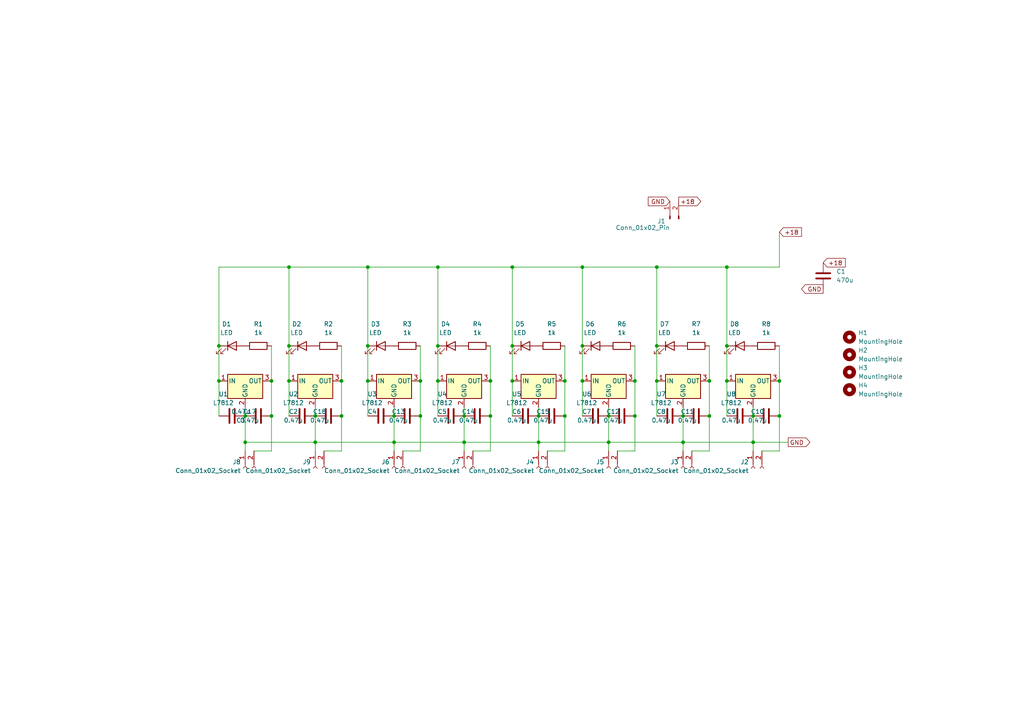
<source format=kicad_sch>
(kicad_sch (version 20230121) (generator eeschema)
  (paper "A4")
  (lib_symbols
    (symbol "Connector:Conn_01x02_Pin" (pin_names (offset 1.016) hide)
      (property "Reference" "J" (at 0 2.54 0))
      (property "Value" "Conn_01x02_Pin" (at 0 -5.08 0))
      (symbol "Conn_01x02_Pin_1_1"
        (polyline (pts (xy 1.27 -2.54) (xy 0.8636 -2.54)) (stroke (width 0.1524)))
        (polyline (pts (xy 1.27 0) (xy 0.8636 0)) (stroke (width 0.1524)))
        (rectangle (start 0.8636 -2.413) (end 0 -2.667) (stroke (width 0.1524)) (fill (type outline)))
        (rectangle (start 0.8636 0.127) (end 0 -0.127) (stroke (width 0.1524)) (fill (type outline)))
        (pin passive line (at 5.08 0 180) (length 3.81) (name "Pin_1") (number "1"))
        (pin passive line (at 5.08 -2.54 180) (length 3.81) (name "Pin_2") (number "2"))
      )
    )
    (symbol "Connector:Conn_01x02_Socket" (pin_names (offset 1.016) hide)
      (property "Reference" "J" (at 0 2.54 0))
      (property "Value" "Conn_01x02_Socket" (at 0 -5.08 0))
      (symbol "Conn_01x02_Socket_1_1"
        (arc (start 0 -2.032) (mid -0.5058 -2.54) (end 0 -3.048) (stroke (width 0.1524)))
        (polyline (pts (xy -1.27 -2.54) (xy -0.508 -2.54)) (stroke (width 0.1524)))
        (polyline (pts (xy -1.27 0) (xy -0.508 0)) (stroke (width 0.1524)))
        (arc (start 0 0.508) (mid -0.5058 0) (end 0 -0.508) (stroke (width 0.1524)))
        (pin passive line (at -5.08 0 0) (length 3.81) (name "Pin_1") (number "1"))
        (pin passive line (at -5.08 -2.54 0) (length 3.81) (name "Pin_2") (number "2"))
      )
    )
    (symbol "Device:C" (pin_numbers hide) (pin_names (offset 0.254))
      (property "Reference" "C" (at 0.635 2.54 0))
      (property "Value" "C" (at 0.635 -2.54 0))
      (symbol "C_0_1"
        (polyline (pts (xy -2.032 -0.762) (xy 2.032 -0.762)) (stroke (width 0.508)))
        (polyline (pts (xy -2.032 0.762) (xy 2.032 0.762)) (stroke (width 0.508)))
      )
      (symbol "C_1_1"
        (pin passive line (at 0 3.81 270) (length 2.794) (name "~") (number "1"))
        (pin passive line (at 0 -3.81 90) (length 2.794) (name "~") (number "2"))
      )
    )
    (symbol "Device:LED" (pin_numbers hide) (pin_names (offset 1.016) hide)
      (property "Reference" "D" (at 0 2.54 0))
      (property "Value" "LED" (at 0 -2.54 0))
      (symbol "LED_0_1"
        (polyline (pts (xy -1.27 -1.27) (xy -1.27 1.27)) (stroke (width 0.254)))
        (polyline (pts (xy -1.27 0) (xy 1.27 0)))
        (polyline (pts (xy 1.27 -1.27) (xy 1.27 1.27) (xy -1.27 0) (xy 1.27 -1.27)) (stroke (width 0.254)))
        (polyline (pts (xy -3.048 -0.762) (xy -4.572 -2.286) (xy -3.81 -2.286) (xy -4.572 -2.286) (xy -4.572 -1.524)))
        (polyline (pts (xy -1.778 -0.762) (xy -3.302 -2.286) (xy -2.54 -2.286) (xy -3.302 -2.286) (xy -3.302 -1.524)))
      )
      (symbol "LED_1_1"
        (pin passive line (at -3.81 0 0) (length 2.54) (name "K") (number "1"))
        (pin passive line (at 3.81 0 180) (length 2.54) (name "A") (number "2"))
      )
    )
    (symbol "Device:R" (pin_numbers hide) (pin_names (offset 0))
      (property "Reference" "R" (at 2.032 0 90))
      (property "Value" "R" (at 0 0 90))
      (symbol "R_0_1"
        (rectangle (start -1.016 -2.54) (end 1.016 2.54) (stroke (width 0.254)))
      )
      (symbol "R_1_1"
        (pin passive line (at 0 3.81 270) (length 1.27) (name "~") (number "1"))
        (pin passive line (at 0 -3.81 90) (length 1.27) (name "~") (number "2"))
      )
    )
    (symbol "Mechanical:MountingHole" (pin_names (offset 1.016))
      (property "Reference" "H" (at 0 5.08 0))
      (property "Value" "MountingHole" (at 0 3.175 0))
      (symbol "MountingHole_0_1"
        (circle (center 0 0) (radius 1.27) (stroke (width 1.27)))
      )
    )
    (symbol "Regulator_Linear:L7812" (pin_names (offset 0.254))
      (property "Reference" "U" (at -3.81 3.175 0))
      (property "Value" "L7812" (at 0 3.175 0))
      (symbol "L7812_0_1"
        (rectangle (start -5.08 1.905) (end 5.08 -5.08) (stroke (width 0.254)) (fill (type background)))
      )
      (symbol "L7812_1_1"
        (pin power_in line (at -7.62 0 0) (length 2.54) (name "IN") (number "1"))
        (pin power_in line (at 0 -7.62 90) (length 2.54) (name "GND") (number "2"))
        (pin power_out line (at 7.62 0 180) (length 2.54) (name "OUT") (number "3"))
      )
    )
  )
  (junction (at 142.24 110.49))
  (junction (at 134.62 120.65))
  (junction (at 205.74 110.49))
  (junction (at 99.06 120.65))
  (junction (at 190.5 100.33))
  (junction (at 127 110.49))
  (junction (at 156.21 120.65))
  (junction (at 226.06 120.65))
  (junction (at 184.15 120.65))
  (junction (at 78.74 120.65))
  (junction (at 99.06 110.49))
  (junction (at 156.21 128.27))
  (junction (at 63.5 100.33))
  (junction (at 121.92 120.65))
  (junction (at 148.59 77.47))
  (junction (at 114.3 120.65))
  (junction (at 83.82 100.33))
  (junction (at 121.92 110.49))
  (junction (at 218.44 128.27))
  (junction (at 83.82 77.47))
  (junction (at 127 77.47))
  (junction (at 176.53 120.65))
  (junction (at 163.83 110.49))
  (junction (at 134.62 128.27))
  (junction (at 210.82 77.47))
  (junction (at 168.91 110.49))
  (junction (at 198.12 120.65))
  (junction (at 184.15 110.49))
  (junction (at 106.68 77.47))
  (junction (at 91.44 128.27))
  (junction (at 148.59 100.33))
  (junction (at 63.5 110.49))
  (junction (at 210.82 110.49))
  (junction (at 226.06 110.49))
  (junction (at 168.91 100.33))
  (junction (at 71.12 128.27))
  (junction (at 190.5 110.49))
  (junction (at 71.12 120.65))
  (junction (at 106.68 100.33))
  (junction (at 91.44 120.65))
  (junction (at 210.82 100.33))
  (junction (at 78.74 110.49))
  (junction (at 148.59 110.49))
  (junction (at 163.83 120.65))
  (junction (at 190.5 77.47))
  (junction (at 176.53 128.27))
  (junction (at 114.3 128.27))
  (junction (at 198.12 128.27))
  (junction (at 142.24 120.65))
  (junction (at 83.82 110.49))
  (junction (at 106.68 110.49))
  (junction (at 168.91 77.47))
  (junction (at 205.74 120.65))
  (junction (at 218.44 120.65))
  (junction (at 127 100.33))
  (wire (pts (xy 71.12 128.27) (xy 91.44 128.27)))
  (wire (pts (xy 106.68 77.47) (xy 83.82 77.47)))
  (wire (pts (xy 99.06 110.49) (xy 99.06 120.65)))
  (wire (pts (xy 127 100.33) (xy 127 110.49)))
  (wire (pts (xy 168.91 77.47) (xy 168.91 100.33)))
  (wire (pts (xy 134.62 118.11) (xy 134.62 120.65)))
  (wire (pts (xy 83.82 77.47) (xy 83.82 100.33)))
  (wire (pts (xy 142.24 110.49) (xy 142.24 120.65)))
  (wire (pts (xy 114.3 128.27) (xy 114.3 130.81)))
  (wire (pts (xy 210.82 77.47) (xy 190.5 77.47)))
  (wire (pts (xy 127 110.49) (xy 127 120.65)))
  (wire (pts (xy 106.68 77.47) (xy 106.68 100.33)))
  (wire (pts (xy 106.68 110.49) (xy 106.68 120.65)))
  (wire (pts (xy 121.92 130.81) (xy 116.84 130.81)))
  (wire (pts (xy 142.24 120.65) (xy 142.24 130.81)))
  (wire (pts (xy 91.44 120.65) (xy 91.44 128.27)))
  (wire (pts (xy 134.62 120.65) (xy 134.62 128.27)))
  (wire (pts (xy 63.5 77.47) (xy 63.5 100.33)))
  (wire (pts (xy 91.44 128.27) (xy 114.3 128.27)))
  (wire (pts (xy 148.59 110.49) (xy 148.59 120.65)))
  (wire (pts (xy 121.92 120.65) (xy 121.92 130.81)))
  (wire (pts (xy 71.12 128.27) (xy 71.12 130.81)))
  (wire (pts (xy 176.53 128.27) (xy 198.12 128.27)))
  (wire (pts (xy 218.44 118.11) (xy 218.44 120.65)))
  (wire (pts (xy 83.82 110.49) (xy 83.82 120.65)))
  (wire (pts (xy 106.68 100.33) (xy 106.68 110.49)))
  (wire (pts (xy 83.82 100.33) (xy 83.82 110.49)))
  (wire (pts (xy 163.83 100.33) (xy 163.83 110.49)))
  (wire (pts (xy 114.3 118.11) (xy 114.3 120.65)))
  (wire (pts (xy 226.06 120.65) (xy 226.06 130.81)))
  (wire (pts (xy 198.12 120.65) (xy 198.12 128.27)))
  (wire (pts (xy 190.5 77.47) (xy 190.5 100.33)))
  (wire (pts (xy 148.59 77.47) (xy 148.59 100.33)))
  (wire (pts (xy 121.92 100.33) (xy 121.92 110.49)))
  (wire (pts (xy 226.06 100.33) (xy 226.06 110.49)))
  (wire (pts (xy 142.24 100.33) (xy 142.24 110.49)))
  (wire (pts (xy 156.21 128.27) (xy 176.53 128.27)))
  (wire (pts (xy 176.53 128.27) (xy 176.53 130.81)))
  (wire (pts (xy 63.5 100.33) (xy 63.5 110.49)))
  (wire (pts (xy 205.74 110.49) (xy 205.74 120.65)))
  (wire (pts (xy 127 77.47) (xy 106.68 77.47)))
  (wire (pts (xy 163.83 110.49) (xy 163.83 120.65)))
  (wire (pts (xy 163.83 120.65) (xy 163.83 130.81)))
  (wire (pts (xy 156.21 120.65) (xy 156.21 128.27)))
  (wire (pts (xy 218.44 120.65) (xy 218.44 128.27)))
  (wire (pts (xy 184.15 110.49) (xy 184.15 120.65)))
  (wire (pts (xy 184.15 120.65) (xy 184.15 130.81)))
  (wire (pts (xy 190.5 110.49) (xy 190.5 120.65)))
  (wire (pts (xy 176.53 118.11) (xy 176.53 120.65)))
  (wire (pts (xy 71.12 120.65) (xy 71.12 128.27)))
  (wire (pts (xy 218.44 128.27) (xy 218.44 130.81)))
  (wire (pts (xy 184.15 130.81) (xy 179.07 130.81)))
  (wire (pts (xy 205.74 100.33) (xy 205.74 110.49)))
  (wire (pts (xy 210.82 77.47) (xy 210.82 100.33)))
  (wire (pts (xy 127 77.47) (xy 127 100.33)))
  (wire (pts (xy 148.59 100.33) (xy 148.59 110.49)))
  (wire (pts (xy 114.3 120.65) (xy 114.3 128.27)))
  (wire (pts (xy 168.91 77.47) (xy 148.59 77.47)))
  (wire (pts (xy 99.06 130.81) (xy 93.98 130.81)))
  (wire (pts (xy 134.62 128.27) (xy 156.21 128.27)))
  (wire (pts (xy 218.44 128.27) (xy 228.6 128.27)))
  (wire (pts (xy 190.5 100.33) (xy 190.5 110.49)))
  (wire (pts (xy 63.5 110.49) (xy 63.5 120.65)))
  (wire (pts (xy 226.06 110.49) (xy 226.06 120.65)))
  (wire (pts (xy 134.62 128.27) (xy 134.62 130.81)))
  (wire (pts (xy 205.74 120.65) (xy 205.74 130.81)))
  (wire (pts (xy 142.24 130.81) (xy 137.16 130.81)))
  (wire (pts (xy 99.06 100.33) (xy 99.06 110.49)))
  (wire (pts (xy 210.82 100.33) (xy 210.82 110.49)))
  (wire (pts (xy 78.74 120.65) (xy 78.74 130.81)))
  (wire (pts (xy 156.21 118.11) (xy 156.21 120.65)))
  (wire (pts (xy 71.12 118.11) (xy 71.12 120.65)))
  (wire (pts (xy 148.59 77.47) (xy 127 77.47)))
  (wire (pts (xy 91.44 128.27) (xy 91.44 130.81)))
  (wire (pts (xy 190.5 77.47) (xy 168.91 77.47)))
  (wire (pts (xy 198.12 128.27) (xy 218.44 128.27)))
  (wire (pts (xy 184.15 100.33) (xy 184.15 110.49)))
  (wire (pts (xy 226.06 77.47) (xy 226.06 67.31)))
  (wire (pts (xy 226.06 130.81) (xy 220.98 130.81)))
  (wire (pts (xy 163.83 130.81) (xy 158.75 130.81)))
  (wire (pts (xy 78.74 130.81) (xy 73.66 130.81)))
  (wire (pts (xy 114.3 128.27) (xy 134.62 128.27)))
  (wire (pts (xy 99.06 120.65) (xy 99.06 130.81)))
  (wire (pts (xy 78.74 100.33) (xy 78.74 110.49)))
  (wire (pts (xy 205.74 130.81) (xy 200.66 130.81)))
  (wire (pts (xy 91.44 118.11) (xy 91.44 120.65)))
  (wire (pts (xy 156.21 128.27) (xy 156.21 130.81)))
  (wire (pts (xy 83.82 77.47) (xy 63.5 77.47)))
  (wire (pts (xy 176.53 120.65) (xy 176.53 128.27)))
  (wire (pts (xy 198.12 128.27) (xy 198.12 130.81)))
  (wire (pts (xy 78.74 110.49) (xy 78.74 120.65)))
  (wire (pts (xy 121.92 110.49) (xy 121.92 120.65)))
  (wire (pts (xy 168.91 110.49) (xy 168.91 120.65)))
  (wire (pts (xy 198.12 118.11) (xy 198.12 120.65)))
  (wire (pts (xy 210.82 77.47) (xy 226.06 77.47)))
  (wire (pts (xy 168.91 100.33) (xy 168.91 110.49)))
  (wire (pts (xy 210.82 110.49) (xy 210.82 120.65)))
  (global_label "GND" (shape output) (at 228.6 128.27 0) (property "Intersheetrefs" "${INTERSHEET_REFS}" (effects hide)))
  (global_label "GND" (shape output) (at 238.76 83.82 180) (property "Intersheetrefs" "${INTERSHEET_REFS}" (effects hide)))
  (global_label "+18" (shape input) (at 226.06 67.31 0) (property "Intersheetrefs" "${INTERSHEET_REFS}" (effects hide)))
  (global_label "+18" (shape output) (at 196.85 58.42 0) (property "Intersheetrefs" "${INTERSHEET_REFS}" (effects hide)))
  (global_label "GND" (shape input) (at 194.31 58.42 180) (property "Intersheetrefs" "${INTERSHEET_REFS}" (effects hide)))
  (global_label "+18" (shape input) (at 238.76 76.2 0) (property "Intersheetrefs" "${INTERSHEET_REFS}" (effects hide)))
  (symbol (lib_id "Mechanical:MountingHole") (at 246.38 113.03 0) (unit 1)
    (property "Reference" "H4" (at 248.92 111.76 0) (effects (justify left)))
    (property "Value" "MountingHole" (at 248.92 114.3 0) (effects (justify left)))
    (property "Footprint" "MountingHole:MountingHole_3.2mm_M3_Pad_Via" (effects hide))
  )
  (symbol (lib_id "Device:C") (at 74.93 120.65 90) (unit 1)
    (property "Reference" "C17" (at 72.39 119.38 90))
    (property "Value" "0.47u" (at 72.39 121.92 90))
    (property "Footprint" "lib:via_2" (effects hide))
  )
  (symbol (lib_id "Device:C") (at 160.02 120.65 90) (unit 1)
    (property "Reference" "C15" (at 157.48 119.38 90))
    (property "Value" "0.47u" (at 157.48 121.92 90))
    (property "Footprint" "lib:via_2" (effects hide))
  )
  (symbol (lib_id "Device:LED") (at 67.31 100.33 0) (unit 1)
    (property "Reference" "D1" (at 65.7225 93.98 0))
    (property "Value" "LED" (at 65.7225 96.52 0))
    (property "Footprint" "LED_SMD:LED_0603_1608Metric" (effects hide))
  )
  (symbol (lib_id "Regulator_Linear:L7812") (at 91.44 110.49 0) (unit 1)
    (property "Reference" "U2" (at 85.09 114.3 0))
    (property "Value" "L7812" (at 85.09 116.84 0))
    (property "Footprint" "Package_TO_SOT_SMD:TO-252-2" (effects hide))
    (property "Datasheet" "http://www.st.com/content/ccc/resource/technical/document/datasheet/41/4f/b3/b0/12/d4/47/88/CD00000444.pdf/files/CD00000444.pdf/jcr:content/translations/en.CD00000444.pdf" (effects hide))
  )
  (symbol (lib_id "Device:R") (at 74.93 100.33 90) (unit 1)
    (property "Reference" "R1" (at 74.93 93.98 90))
    (property "Value" "1k" (at 74.93 96.52 90))
    (property "Footprint" "Resistor_SMD:R_0603_1608Metric" (effects hide))
  )
  (symbol (lib_id "Device:C") (at 180.34 120.65 90) (unit 1)
    (property "Reference" "C12" (at 177.8 119.38 90))
    (property "Value" "0.47u" (at 177.8 121.92 90))
    (property "Footprint" "lib:via_2" (effects hide))
  )
  (symbol (lib_id "Regulator_Linear:L7812") (at 134.62 110.49 0) (unit 1)
    (property "Reference" "U4" (at 128.27 114.3 0))
    (property "Value" "L7812" (at 128.27 116.84 0))
    (property "Footprint" "Package_TO_SOT_SMD:TO-252-2" (effects hide))
    (property "Datasheet" "http://www.st.com/content/ccc/resource/technical/document/datasheet/41/4f/b3/b0/12/d4/47/88/CD00000444.pdf/files/CD00000444.pdf/jcr:content/translations/en.CD00000444.pdf" (effects hide))
  )
  (symbol (lib_id "Connector:Conn_01x02_Socket") (at 198.12 135.89 90) (mirror x) (unit 1)
    (property "Reference" "J3" (at 196.85 133.985 90) (effects (justify left)))
    (property "Value" "Conn_01x02_Socket" (at 196.85 136.525 90) (effects (justify left)))
    (property "Footprint" "lib:AMASS_XT60-F_1x02_P7.20mm_Vertical" (effects hide))
  )
  (symbol (lib_id "Regulator_Linear:L7812") (at 218.44 110.49 0) (unit 1)
    (property "Reference" "U8" (at 212.09 114.3 0))
    (property "Value" "L7812" (at 212.09 116.84 0))
    (property "Footprint" "Package_TO_SOT_SMD:TO-252-2" (effects hide))
    (property "Datasheet" "http://www.st.com/content/ccc/resource/technical/document/datasheet/41/4f/b3/b0/12/d4/47/88/CD00000444.pdf/files/CD00000444.pdf/jcr:content/translations/en.CD00000444.pdf" (effects hide))
  )
  (symbol (lib_id "Device:R") (at 160.02 100.33 90) (unit 1)
    (property "Reference" "R5" (at 160.02 93.98 90))
    (property "Value" "1k" (at 160.02 96.52 90))
    (property "Footprint" "Resistor_SMD:R_0603_1608Metric" (effects hide))
  )
  (symbol (lib_id "Device:R") (at 95.25 100.33 90) (unit 1)
    (property "Reference" "R2" (at 95.25 93.98 90))
    (property "Value" "1k" (at 95.25 96.52 90))
    (property "Footprint" "Resistor_SMD:R_0603_1608Metric" (effects hide))
  )
  (symbol (lib_id "Device:C") (at 130.81 120.65 90) (unit 1)
    (property "Reference" "C5" (at 128.27 119.38 90))
    (property "Value" "0.47u" (at 128.27 121.92 90))
    (property "Footprint" "lib:via_2" (effects hide))
  )
  (symbol (lib_id "Device:R") (at 118.11 100.33 90) (unit 1)
    (property "Reference" "R3" (at 118.11 93.98 90))
    (property "Value" "1k" (at 118.11 96.52 90))
    (property "Footprint" "Resistor_SMD:R_0603_1608Metric" (effects hide))
  )
  (symbol (lib_id "Device:LED") (at 130.81 100.33 0) (unit 1)
    (property "Reference" "D4" (at 129.2225 93.98 0))
    (property "Value" "LED" (at 129.2225 96.52 0))
    (property "Footprint" "LED_SMD:LED_0603_1608Metric" (effects hide))
  )
  (symbol (lib_id "Regulator_Linear:L7812") (at 156.21 110.49 0) (unit 1)
    (property "Reference" "U5" (at 149.86 114.3 0))
    (property "Value" "L7812" (at 149.86 116.84 0))
    (property "Footprint" "Package_TO_SOT_SMD:TO-252-2" (effects hide))
    (property "Datasheet" "http://www.st.com/content/ccc/resource/technical/document/datasheet/41/4f/b3/b0/12/d4/47/88/CD00000444.pdf/files/CD00000444.pdf/jcr:content/translations/en.CD00000444.pdf" (effects hide))
  )
  (symbol (lib_id "Regulator_Linear:L7812") (at 176.53 110.49 0) (unit 1)
    (property "Reference" "U6" (at 170.18 114.3 0))
    (property "Value" "L7812" (at 170.18 116.84 0))
    (property "Footprint" "Package_TO_SOT_SMD:TO-252-2" (effects hide))
    (property "Datasheet" "http://www.st.com/content/ccc/resource/technical/document/datasheet/41/4f/b3/b0/12/d4/47/88/CD00000444.pdf/files/CD00000444.pdf/jcr:content/translations/en.CD00000444.pdf" (effects hide))
  )
  (symbol (lib_id "Device:C") (at 222.25 120.65 90) (unit 1)
    (property "Reference" "C10" (at 219.71 119.38 90))
    (property "Value" "0.47u" (at 219.71 121.92 90))
    (property "Footprint" "lib:via_2" (effects hide))
  )
  (symbol (lib_id "Connector:Conn_01x02_Socket") (at 114.3 135.89 90) (mirror x) (unit 1)
    (property "Reference" "J6" (at 113.03 133.985 90) (effects (justify left)))
    (property "Value" "Conn_01x02_Socket" (at 113.03 136.525 90) (effects (justify left)))
    (property "Footprint" "lib:AMASS_XT60-F_1x02_P7.20mm_Vertical" (effects hide))
  )
  (symbol (lib_id "Device:LED") (at 110.49 100.33 0) (unit 1)
    (property "Reference" "D3" (at 108.9025 93.98 0))
    (property "Value" "LED" (at 108.9025 96.52 0))
    (property "Footprint" "LED_SMD:LED_0603_1608Metric" (effects hide))
  )
  (symbol (lib_id "Regulator_Linear:L7812") (at 71.12 110.49 0) (unit 1)
    (property "Reference" "U1" (at 64.77 114.3 0))
    (property "Value" "L7812" (at 64.77 116.84 0))
    (property "Footprint" "Package_TO_SOT_SMD:TO-252-2" (effects hide))
    (property "Datasheet" "http://www.st.com/content/ccc/resource/technical/document/datasheet/41/4f/b3/b0/12/d4/47/88/CD00000444.pdf/files/CD00000444.pdf/jcr:content/translations/en.CD00000444.pdf" (effects hide))
  )
  (symbol (lib_id "Device:C") (at 138.43 120.65 90) (unit 1)
    (property "Reference" "C14" (at 135.89 119.38 90))
    (property "Value" "0.47u" (at 135.89 121.92 90))
    (property "Footprint" "lib:via_2" (effects hide))
  )
  (symbol (lib_id "Mechanical:MountingHole") (at 246.38 107.95 0) (unit 1)
    (property "Reference" "H3" (at 248.92 106.68 0) (effects (justify left)))
    (property "Value" "MountingHole" (at 248.92 109.22 0) (effects (justify left)))
    (property "Footprint" "MountingHole:MountingHole_3.2mm_M3_Pad_Via" (effects hide))
  )
  (symbol (lib_id "Device:LED") (at 152.4 100.33 0) (unit 1)
    (property "Reference" "D5" (at 150.8125 93.98 0))
    (property "Value" "LED" (at 150.8125 96.52 0))
    (property "Footprint" "LED_SMD:LED_0603_1608Metric" (effects hide))
  )
  (symbol (lib_id "Device:C") (at 95.25 120.65 90) (unit 1)
    (property "Reference" "C18" (at 92.71 119.38 90))
    (property "Value" "0.47u" (at 92.71 121.92 90))
    (property "Footprint" "lib:via_2" (effects hide))
  )
  (symbol (lib_id "Device:LED") (at 87.63 100.33 0) (unit 1)
    (property "Reference" "D2" (at 86.0425 93.98 0))
    (property "Value" "LED" (at 86.0425 96.52 0))
    (property "Footprint" "LED_SMD:LED_0603_1608Metric" (effects hide))
  )
  (symbol (lib_id "Device:R") (at 201.93 100.33 90) (unit 1)
    (property "Reference" "R7" (at 201.93 93.98 90))
    (property "Value" "1k" (at 201.93 96.52 90))
    (property "Footprint" "Resistor_SMD:R_0603_1608Metric" (effects hide))
  )
  (symbol (lib_id "Device:C") (at 152.4 120.65 90) (unit 1)
    (property "Reference" "C6" (at 149.86 119.38 90))
    (property "Value" "0.47u" (at 149.86 121.92 90))
    (property "Footprint" "lib:via_2" (effects hide))
  )
  (symbol (lib_id "Connector:Conn_01x02_Socket") (at 91.44 135.89 90) (mirror x) (unit 1)
    (property "Reference" "J9" (at 90.17 133.985 90) (effects (justify left)))
    (property "Value" "Conn_01x02_Socket" (at 90.17 136.525 90) (effects (justify left)))
    (property "Footprint" "Connector_JST:JST_XH_S2B-XH-A_1x02_P2.50mm_Horizontal" (effects hide))
  )
  (symbol (lib_id "Regulator_Linear:L7812") (at 198.12 110.49 0) (unit 1)
    (property "Reference" "U7" (at 191.77 114.3 0))
    (property "Value" "L7812" (at 191.77 116.84 0))
    (property "Footprint" "Package_TO_SOT_SMD:TO-252-2" (effects hide))
    (property "Datasheet" "http://www.st.com/content/ccc/resource/technical/document/datasheet/41/4f/b3/b0/12/d4/47/88/CD00000444.pdf/files/CD00000444.pdf/jcr:content/translations/en.CD00000444.pdf" (effects hide))
  )
  (symbol (lib_id "Device:C") (at 238.76 80.01 0) (unit 1)
    (property "Reference" "C1" (at 242.57 78.74 0) (effects (justify left)))
    (property "Value" "470u" (at 242.57 81.28 0) (effects (justify left)))
    (property "Footprint" "Capacitor_THT:CP_Radial_D13.0mm_P5.00mm" (effects hide))
  )
  (symbol (lib_id "Device:C") (at 214.63 120.65 90) (unit 1)
    (property "Reference" "C9" (at 212.09 119.38 90))
    (property "Value" "0.47u" (at 212.09 121.92 90))
    (property "Footprint" "lib:via_2" (effects hide))
  )
  (symbol (lib_id "Device:C") (at 67.31 120.65 270) (unit 1)
    (property "Reference" "C3" (at 69.85 121.92 90))
    (property "Value" "0.47u" (at 69.85 119.38 90))
    (property "Footprint" "lib:via_2" (effects hide))
  )
  (symbol (lib_id "Device:LED") (at 214.63 100.33 0) (unit 1)
    (property "Reference" "D8" (at 213.0425 93.98 0))
    (property "Value" "LED" (at 213.0425 96.52 0))
    (property "Footprint" "LED_SMD:LED_0603_1608Metric" (effects hide))
  )
  (symbol (lib_id "Connector:Conn_01x02_Socket") (at 156.21 135.89 90) (mirror x) (unit 1)
    (property "Reference" "J4" (at 154.94 133.985 90) (effects (justify left)))
    (property "Value" "Conn_01x02_Socket" (at 154.94 136.525 90) (effects (justify left)))
    (property "Footprint" "lib:AMASS_XT60-F_1x02_P7.20mm_Vertical" (effects hide))
  )
  (symbol (lib_id "Connector:Conn_01x02_Socket") (at 176.53 135.89 90) (mirror x) (unit 1)
    (property "Reference" "J5" (at 175.26 133.985 90) (effects (justify left)))
    (property "Value" "Conn_01x02_Socket" (at 175.26 136.525 90) (effects (justify left)))
    (property "Footprint" "lib:AMASS_XT60-F_1x02_P7.20mm_Vertical" (effects hide))
  )
  (symbol (lib_id "Connector:Conn_01x02_Pin") (at 194.31 63.5 90) (unit 1)
    (property "Reference" "J1" (at 193.04 64.135 90) (effects (justify left)))
    (property "Value" "Conn_01x02_Pin" (at 194.31 66.04 90) (effects (justify left)))
    (property "Footprint" "lib:AMASS_XT60-F_1x02_P7.20mm_Vertical" (effects hide))
  )
  (symbol (lib_id "Device:R") (at 222.25 100.33 90) (unit 1)
    (property "Reference" "R8" (at 222.25 93.98 90))
    (property "Value" "1k" (at 222.25 96.52 90))
    (property "Footprint" "Resistor_SMD:R_0603_1608Metric" (effects hide))
  )
  (symbol (lib_id "Regulator_Linear:L7812") (at 114.3 110.49 0) (unit 1)
    (property "Reference" "U3" (at 107.95 114.3 0))
    (property "Value" "L7812" (at 107.95 116.84 0))
    (property "Footprint" "Package_TO_SOT_SMD:TO-252-2" (effects hide))
    (property "Datasheet" "http://www.st.com/content/ccc/resource/technical/document/datasheet/41/4f/b3/b0/12/d4/47/88/CD00000444.pdf/files/CD00000444.pdf/jcr:content/translations/en.CD00000444.pdf" (effects hide))
  )
  (symbol (lib_id "Device:C") (at 118.11 120.65 90) (unit 1)
    (property "Reference" "C13" (at 115.57 119.38 90))
    (property "Value" "0.47u" (at 115.57 121.92 90))
    (property "Footprint" "lib:via_2" (effects hide))
  )
  (symbol (lib_id "Connector:Conn_01x02_Socket") (at 71.12 135.89 90) (mirror x) (unit 1)
    (property "Reference" "J8" (at 69.85 133.985 90) (effects (justify left)))
    (property "Value" "Conn_01x02_Socket" (at 69.85 136.525 90) (effects (justify left)))
    (property "Footprint" "Connector_JST:JST_XH_S2B-XH-A_1x02_P2.50mm_Horizontal" (effects hide))
  )
  (symbol (lib_id "Device:LED") (at 172.72 100.33 0) (unit 1)
    (property "Reference" "D6" (at 171.1325 93.98 0))
    (property "Value" "LED" (at 171.1325 96.52 0))
    (property "Footprint" "LED_SMD:LED_0603_1608Metric" (effects hide))
  )
  (symbol (lib_id "Device:C") (at 201.93 120.65 90) (unit 1)
    (property "Reference" "C11" (at 199.39 119.38 90))
    (property "Value" "0.47u" (at 199.39 121.92 90))
    (property "Footprint" "lib:via_2" (effects hide))
  )
  (symbol (lib_id "Connector:Conn_01x02_Socket") (at 218.44 135.89 90) (mirror x) (unit 1)
    (property "Reference" "J2" (at 217.17 133.985 90) (effects (justify left)))
    (property "Value" "Conn_01x02_Socket" (at 217.17 136.525 90) (effects (justify left)))
    (property "Footprint" "lib:AMASS_XT60-F_1x02_P7.20mm_Vertical" (effects hide))
  )
  (symbol (lib_id "Device:C") (at 172.72 120.65 90) (unit 1)
    (property "Reference" "C7" (at 170.18 119.38 90))
    (property "Value" "0.47u" (at 170.18 121.92 90))
    (property "Footprint" "lib:via_2" (effects hide))
  )
  (symbol (lib_id "Device:R") (at 180.34 100.33 90) (unit 1)
    (property "Reference" "R6" (at 180.34 93.98 90))
    (property "Value" "1k" (at 180.34 96.52 90))
    (property "Footprint" "Resistor_SMD:R_0603_1608Metric" (effects hide))
  )
  (symbol (lib_id "Mechanical:MountingHole") (at 246.38 102.87 0) (unit 1)
    (property "Reference" "H2" (at 248.92 101.6 0) (effects (justify left)))
    (property "Value" "MountingHole" (at 248.92 104.14 0) (effects (justify left)))
    (property "Footprint" "MountingHole:MountingHole_3.2mm_M3_Pad_Via" (effects hide))
  )
  (symbol (lib_id "Device:C") (at 110.49 120.65 90) (unit 1)
    (property "Reference" "C4" (at 107.95 119.38 90))
    (property "Value" "0.47u" (effects hide))
    (property "Footprint" "lib:via_2" (effects hide))
  )
  (symbol (lib_id "Device:C") (at 87.63 120.65 90) (unit 1)
    (property "Reference" "C2" (at 85.09 119.38 90))
    (property "Value" "0.47u" (at 85.09 121.92 90))
    (property "Footprint" "lib:via_2" (effects hide))
  )
  (symbol (lib_id "Device:R") (at 138.43 100.33 90) (unit 1)
    (property "Reference" "R4" (at 138.43 93.98 90))
    (property "Value" "1k" (at 138.43 96.52 90))
    (property "Footprint" "Resistor_SMD:R_0603_1608Metric" (effects hide))
  )
  (symbol (lib_id "Device:C") (at 194.31 120.65 90) (unit 1)
    (property "Reference" "C8" (at 191.77 119.38 90))
    (property "Value" "0.47u" (at 191.77 121.92 90))
    (property "Footprint" "lib:via_2" (effects hide))
  )
  (symbol (lib_id "Connector:Conn_01x02_Socket") (at 134.62 135.89 90) (mirror x) (unit 1)
    (property "Reference" "J7" (at 133.35 133.985 90) (effects (justify left)))
    (property "Value" "Conn_01x02_Socket" (at 133.35 136.525 90) (effects (justify left)))
    (property "Footprint" "Connector_JST:JST_XH_S2B-XH-A_1x02_P2.50mm_Horizontal" (effects hide))
  )
  (symbol (lib_id "Device:LED") (at 194.31 100.33 0) (unit 1)
    (property "Reference" "D7" (at 192.7225 93.98 0))
    (property "Value" "LED" (at 192.7225 96.52 0))
    (property "Footprint" "LED_SMD:LED_0603_1608Metric" (effects hide))
  )
  (symbol (lib_id "Mechanical:MountingHole") (at 246.38 97.79 0) (unit 1)
    (property "Reference" "H1" (at 248.92 96.52 0) (effects (justify left)))
    (property "Value" "MountingHole" (at 248.92 99.06 0) (effects (justify left)))
    (property "Footprint" "MountingHole:MountingHole_3.2mm_M3_Pad_Via" (effects hide))
  )
)
</source>
